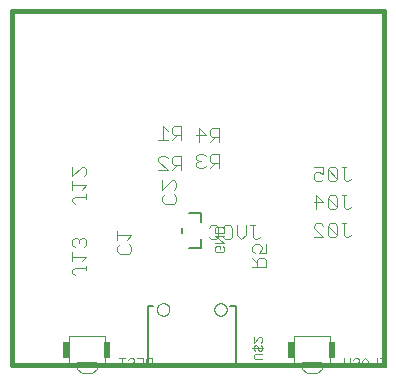
<source format=gbo>
G75*
%MOIN*%
%OFA0B0*%
%FSLAX25Y25*%
%IPPOS*%
%LPD*%
%AMOC8*
5,1,8,0,0,1.08239X$1,22.5*
%
%ADD10C,0.01600*%
%ADD11C,0.00500*%
%ADD12C,0.00400*%
%ADD13C,0.00200*%
%ADD14C,0.00000*%
%ADD15C,0.00394*%
%ADD16R,0.01969X0.05512*%
%ADD17C,0.00315*%
%ADD18C,0.00300*%
D10*
X0008250Y0005000D02*
X0008250Y0123110D01*
X0132266Y0123110D01*
X0132266Y0005000D01*
X0008250Y0005000D01*
D11*
X0053486Y0005000D02*
X0053486Y0024685D01*
X0055455Y0024685D01*
X0081045Y0024685D02*
X0083014Y0024685D01*
X0083014Y0005000D01*
X0071400Y0044250D02*
X0067250Y0044250D01*
X0071400Y0044250D02*
X0071400Y0047250D01*
X0071400Y0052750D02*
X0071400Y0055750D01*
X0067250Y0055750D01*
X0065100Y0050750D02*
X0065100Y0049250D01*
D12*
X0073960Y0047842D02*
X0074727Y0047075D01*
X0076262Y0047075D01*
X0077029Y0047842D01*
X0077029Y0050912D01*
X0076262Y0051679D01*
X0074727Y0051679D01*
X0073960Y0050912D01*
X0075950Y0050697D02*
X0076467Y0051214D01*
X0078536Y0051214D01*
X0079053Y0050697D01*
X0079053Y0049145D01*
X0075950Y0049145D01*
X0075950Y0050697D01*
X0078564Y0050912D02*
X0079331Y0051679D01*
X0080866Y0051679D01*
X0081633Y0050912D01*
X0081633Y0047842D01*
X0080866Y0047075D01*
X0079331Y0047075D01*
X0078564Y0047842D01*
X0079053Y0047991D02*
X0075950Y0047991D01*
X0079053Y0045923D01*
X0075950Y0045923D01*
X0076467Y0044768D02*
X0077501Y0044768D01*
X0077501Y0043734D01*
X0076467Y0042700D02*
X0075950Y0043217D01*
X0075950Y0044251D01*
X0076467Y0044768D01*
X0076467Y0042700D02*
X0078536Y0042700D01*
X0079053Y0043217D01*
X0079053Y0044251D01*
X0078536Y0044768D01*
X0083168Y0048610D02*
X0083168Y0051679D01*
X0086237Y0051679D02*
X0086237Y0048610D01*
X0084702Y0047075D01*
X0083168Y0048610D01*
X0087771Y0051679D02*
X0089306Y0051679D01*
X0088539Y0051679D02*
X0088539Y0047842D01*
X0089306Y0047075D01*
X0090073Y0047075D01*
X0090841Y0047842D01*
X0090752Y0045373D02*
X0089217Y0045373D01*
X0088450Y0044606D01*
X0088450Y0043071D01*
X0089217Y0042304D01*
X0090752Y0042304D02*
X0091519Y0043839D01*
X0091519Y0044606D01*
X0090752Y0045373D01*
X0093054Y0045373D02*
X0093054Y0042304D01*
X0090752Y0042304D01*
X0090752Y0040769D02*
X0089985Y0040002D01*
X0089985Y0037700D01*
X0088450Y0037700D02*
X0093054Y0037700D01*
X0093054Y0040002D01*
X0092287Y0040769D01*
X0090752Y0040769D01*
X0089985Y0039235D02*
X0088450Y0040769D01*
X0108960Y0047700D02*
X0112029Y0047700D01*
X0108960Y0050769D01*
X0108960Y0051537D01*
X0109727Y0052304D01*
X0111262Y0052304D01*
X0112029Y0051537D01*
X0113564Y0051537D02*
X0114331Y0052304D01*
X0115866Y0052304D01*
X0116633Y0051537D01*
X0116633Y0048467D01*
X0113564Y0051537D01*
X0113564Y0048467D01*
X0114331Y0047700D01*
X0115866Y0047700D01*
X0116633Y0048467D01*
X0118935Y0048467D02*
X0119702Y0047700D01*
X0120469Y0047700D01*
X0121237Y0048467D01*
X0118935Y0048467D02*
X0118935Y0052304D01*
X0119702Y0052304D02*
X0118168Y0052304D01*
X0119702Y0057075D02*
X0118935Y0057842D01*
X0118935Y0061679D01*
X0119702Y0061679D02*
X0118168Y0061679D01*
X0116633Y0060912D02*
X0115866Y0061679D01*
X0114331Y0061679D01*
X0113564Y0060912D01*
X0116633Y0057842D01*
X0115866Y0057075D01*
X0114331Y0057075D01*
X0113564Y0057842D01*
X0113564Y0060912D01*
X0112029Y0059377D02*
X0108960Y0059377D01*
X0109727Y0061679D02*
X0112029Y0059377D01*
X0109727Y0057075D02*
X0109727Y0061679D01*
X0109727Y0066450D02*
X0111262Y0066450D01*
X0112029Y0067217D01*
X0113564Y0067217D02*
X0114331Y0066450D01*
X0115866Y0066450D01*
X0116633Y0067217D01*
X0113564Y0070287D01*
X0113564Y0067217D01*
X0112029Y0068752D02*
X0110494Y0069519D01*
X0109727Y0069519D01*
X0108960Y0068752D01*
X0108960Y0067217D01*
X0109727Y0066450D01*
X0112029Y0068752D02*
X0112029Y0071054D01*
X0108960Y0071054D01*
X0113564Y0070287D02*
X0114331Y0071054D01*
X0115866Y0071054D01*
X0116633Y0070287D01*
X0116633Y0067217D01*
X0118935Y0067217D02*
X0119702Y0066450D01*
X0120469Y0066450D01*
X0121237Y0067217D01*
X0118935Y0067217D02*
X0118935Y0071054D01*
X0119702Y0071054D02*
X0118168Y0071054D01*
X0116633Y0060912D02*
X0116633Y0057842D01*
X0119702Y0057075D02*
X0120469Y0057075D01*
X0121237Y0057842D01*
X0077425Y0070825D02*
X0077425Y0075429D01*
X0075123Y0075429D01*
X0074356Y0074662D01*
X0074356Y0073127D01*
X0075123Y0072360D01*
X0077425Y0072360D01*
X0075890Y0072360D02*
X0074356Y0070825D01*
X0072821Y0071592D02*
X0072054Y0070825D01*
X0070519Y0070825D01*
X0069752Y0071592D01*
X0069752Y0072360D01*
X0070519Y0073127D01*
X0071286Y0073127D01*
X0070519Y0073127D02*
X0069752Y0073894D01*
X0069752Y0074662D01*
X0070519Y0075429D01*
X0072054Y0075429D01*
X0072821Y0074662D01*
X0074356Y0079575D02*
X0075890Y0081110D01*
X0075123Y0081110D02*
X0077425Y0081110D01*
X0077425Y0079575D02*
X0077425Y0084179D01*
X0075123Y0084179D01*
X0074356Y0083412D01*
X0074356Y0081877D01*
X0075123Y0081110D01*
X0072821Y0081877D02*
X0069752Y0081877D01*
X0070519Y0079575D02*
X0070519Y0084179D01*
X0072821Y0081877D01*
X0064758Y0081735D02*
X0062456Y0081735D01*
X0061689Y0082502D01*
X0061689Y0084037D01*
X0062456Y0084804D01*
X0064758Y0084804D01*
X0064758Y0080200D01*
X0063223Y0081735D02*
X0061689Y0080200D01*
X0060154Y0080200D02*
X0057085Y0080200D01*
X0058619Y0080200D02*
X0058619Y0084804D01*
X0060154Y0083269D01*
X0059387Y0074804D02*
X0057852Y0074804D01*
X0057085Y0074037D01*
X0057085Y0073269D01*
X0060154Y0070200D01*
X0057085Y0070200D01*
X0061689Y0070200D02*
X0063223Y0071735D01*
X0062456Y0071735D02*
X0064758Y0071735D01*
X0064758Y0070200D02*
X0064758Y0074804D01*
X0062456Y0074804D01*
X0061689Y0074037D01*
X0061689Y0072502D01*
X0062456Y0071735D01*
X0060154Y0074037D02*
X0059387Y0074804D01*
X0058450Y0066623D02*
X0058450Y0063554D01*
X0061519Y0066623D01*
X0062287Y0066623D01*
X0063054Y0065856D01*
X0063054Y0064321D01*
X0062287Y0063554D01*
X0062287Y0062019D02*
X0063054Y0061252D01*
X0063054Y0059717D01*
X0062287Y0058950D01*
X0059217Y0058950D01*
X0058450Y0059717D01*
X0058450Y0061252D01*
X0059217Y0062019D01*
X0043450Y0049915D02*
X0043450Y0046846D01*
X0043450Y0048381D02*
X0048054Y0048381D01*
X0046519Y0046846D01*
X0047287Y0045311D02*
X0048054Y0044544D01*
X0048054Y0043009D01*
X0047287Y0042242D01*
X0044217Y0042242D01*
X0043450Y0043009D01*
X0043450Y0044544D01*
X0044217Y0045311D01*
X0033054Y0045113D02*
X0033054Y0046648D01*
X0032287Y0047415D01*
X0031519Y0047415D01*
X0030752Y0046648D01*
X0029985Y0047415D01*
X0029217Y0047415D01*
X0028450Y0046648D01*
X0028450Y0045113D01*
X0029217Y0044346D01*
X0030752Y0045881D02*
X0030752Y0046648D01*
X0032287Y0044346D02*
X0033054Y0045113D01*
X0028450Y0042811D02*
X0028450Y0039742D01*
X0028450Y0041277D02*
X0033054Y0041277D01*
X0031519Y0039742D01*
X0033054Y0038207D02*
X0033054Y0036673D01*
X0033054Y0037440D02*
X0029217Y0037440D01*
X0028450Y0036673D01*
X0028450Y0035906D01*
X0029217Y0035138D01*
X0029217Y0058888D02*
X0028450Y0059656D01*
X0028450Y0060423D01*
X0029217Y0061190D01*
X0033054Y0061190D01*
X0033054Y0060423D02*
X0033054Y0061957D01*
X0031519Y0063492D02*
X0033054Y0065027D01*
X0028450Y0065027D01*
X0028450Y0066561D02*
X0028450Y0063492D01*
X0028450Y0068096D02*
X0031519Y0071165D01*
X0032287Y0071165D01*
X0033054Y0070398D01*
X0033054Y0068863D01*
X0032287Y0068096D01*
X0028450Y0068096D02*
X0028450Y0071165D01*
D13*
X0088822Y0014461D02*
X0088822Y0012593D01*
X0090691Y0014461D01*
X0091158Y0014461D01*
X0091625Y0013994D01*
X0091625Y0013060D01*
X0091158Y0012593D01*
X0091158Y0011699D02*
X0091625Y0011232D01*
X0091625Y0010298D01*
X0091158Y0009831D01*
X0090691Y0009831D01*
X0090224Y0010298D01*
X0090224Y0011232D01*
X0089757Y0011699D01*
X0089290Y0011699D01*
X0088822Y0011232D01*
X0088822Y0010298D01*
X0089290Y0009831D01*
X0089290Y0008937D02*
X0091625Y0008937D01*
X0092092Y0010765D02*
X0088355Y0010765D01*
X0089290Y0008937D02*
X0088822Y0008470D01*
X0088822Y0007536D01*
X0089290Y0007069D01*
X0091625Y0007069D01*
D14*
X0075730Y0023622D02*
X0075732Y0023713D01*
X0075738Y0023803D01*
X0075748Y0023894D01*
X0075762Y0023983D01*
X0075780Y0024072D01*
X0075801Y0024161D01*
X0075827Y0024248D01*
X0075856Y0024334D01*
X0075890Y0024418D01*
X0075926Y0024501D01*
X0075967Y0024583D01*
X0076011Y0024662D01*
X0076058Y0024740D01*
X0076109Y0024815D01*
X0076163Y0024888D01*
X0076220Y0024958D01*
X0076280Y0025026D01*
X0076343Y0025092D01*
X0076409Y0025154D01*
X0076478Y0025213D01*
X0076549Y0025270D01*
X0076623Y0025323D01*
X0076699Y0025373D01*
X0076777Y0025420D01*
X0076857Y0025463D01*
X0076938Y0025502D01*
X0077022Y0025538D01*
X0077107Y0025570D01*
X0077193Y0025599D01*
X0077280Y0025623D01*
X0077369Y0025644D01*
X0077458Y0025661D01*
X0077548Y0025674D01*
X0077638Y0025683D01*
X0077729Y0025688D01*
X0077820Y0025689D01*
X0077910Y0025686D01*
X0078001Y0025679D01*
X0078091Y0025668D01*
X0078181Y0025653D01*
X0078270Y0025634D01*
X0078358Y0025612D01*
X0078444Y0025585D01*
X0078530Y0025555D01*
X0078614Y0025521D01*
X0078697Y0025483D01*
X0078778Y0025442D01*
X0078857Y0025397D01*
X0078934Y0025348D01*
X0079008Y0025297D01*
X0079081Y0025242D01*
X0079151Y0025184D01*
X0079218Y0025123D01*
X0079282Y0025059D01*
X0079344Y0024993D01*
X0079403Y0024923D01*
X0079458Y0024852D01*
X0079511Y0024777D01*
X0079560Y0024701D01*
X0079606Y0024623D01*
X0079648Y0024542D01*
X0079687Y0024460D01*
X0079722Y0024376D01*
X0079753Y0024291D01*
X0079780Y0024204D01*
X0079804Y0024117D01*
X0079824Y0024028D01*
X0079840Y0023939D01*
X0079852Y0023849D01*
X0079860Y0023758D01*
X0079864Y0023667D01*
X0079864Y0023577D01*
X0079860Y0023486D01*
X0079852Y0023395D01*
X0079840Y0023305D01*
X0079824Y0023216D01*
X0079804Y0023127D01*
X0079780Y0023040D01*
X0079753Y0022953D01*
X0079722Y0022868D01*
X0079687Y0022784D01*
X0079648Y0022702D01*
X0079606Y0022621D01*
X0079560Y0022543D01*
X0079511Y0022467D01*
X0079458Y0022392D01*
X0079403Y0022321D01*
X0079344Y0022251D01*
X0079282Y0022185D01*
X0079218Y0022121D01*
X0079151Y0022060D01*
X0079081Y0022002D01*
X0079008Y0021947D01*
X0078934Y0021896D01*
X0078857Y0021847D01*
X0078778Y0021802D01*
X0078697Y0021761D01*
X0078614Y0021723D01*
X0078530Y0021689D01*
X0078444Y0021659D01*
X0078358Y0021632D01*
X0078270Y0021610D01*
X0078181Y0021591D01*
X0078091Y0021576D01*
X0078001Y0021565D01*
X0077910Y0021558D01*
X0077820Y0021555D01*
X0077729Y0021556D01*
X0077638Y0021561D01*
X0077548Y0021570D01*
X0077458Y0021583D01*
X0077369Y0021600D01*
X0077280Y0021621D01*
X0077193Y0021645D01*
X0077107Y0021674D01*
X0077022Y0021706D01*
X0076938Y0021742D01*
X0076857Y0021781D01*
X0076777Y0021824D01*
X0076699Y0021871D01*
X0076623Y0021921D01*
X0076549Y0021974D01*
X0076478Y0022031D01*
X0076409Y0022090D01*
X0076343Y0022152D01*
X0076280Y0022218D01*
X0076220Y0022286D01*
X0076163Y0022356D01*
X0076109Y0022429D01*
X0076058Y0022504D01*
X0076011Y0022582D01*
X0075967Y0022661D01*
X0075926Y0022743D01*
X0075890Y0022826D01*
X0075856Y0022910D01*
X0075827Y0022996D01*
X0075801Y0023083D01*
X0075780Y0023172D01*
X0075762Y0023261D01*
X0075748Y0023350D01*
X0075738Y0023441D01*
X0075732Y0023531D01*
X0075730Y0023622D01*
X0056636Y0023622D02*
X0056638Y0023713D01*
X0056644Y0023803D01*
X0056654Y0023894D01*
X0056668Y0023983D01*
X0056686Y0024072D01*
X0056707Y0024161D01*
X0056733Y0024248D01*
X0056762Y0024334D01*
X0056796Y0024418D01*
X0056832Y0024501D01*
X0056873Y0024583D01*
X0056917Y0024662D01*
X0056964Y0024740D01*
X0057015Y0024815D01*
X0057069Y0024888D01*
X0057126Y0024958D01*
X0057186Y0025026D01*
X0057249Y0025092D01*
X0057315Y0025154D01*
X0057384Y0025213D01*
X0057455Y0025270D01*
X0057529Y0025323D01*
X0057605Y0025373D01*
X0057683Y0025420D01*
X0057763Y0025463D01*
X0057844Y0025502D01*
X0057928Y0025538D01*
X0058013Y0025570D01*
X0058099Y0025599D01*
X0058186Y0025623D01*
X0058275Y0025644D01*
X0058364Y0025661D01*
X0058454Y0025674D01*
X0058544Y0025683D01*
X0058635Y0025688D01*
X0058726Y0025689D01*
X0058816Y0025686D01*
X0058907Y0025679D01*
X0058997Y0025668D01*
X0059087Y0025653D01*
X0059176Y0025634D01*
X0059264Y0025612D01*
X0059350Y0025585D01*
X0059436Y0025555D01*
X0059520Y0025521D01*
X0059603Y0025483D01*
X0059684Y0025442D01*
X0059763Y0025397D01*
X0059840Y0025348D01*
X0059914Y0025297D01*
X0059987Y0025242D01*
X0060057Y0025184D01*
X0060124Y0025123D01*
X0060188Y0025059D01*
X0060250Y0024993D01*
X0060309Y0024923D01*
X0060364Y0024852D01*
X0060417Y0024777D01*
X0060466Y0024701D01*
X0060512Y0024623D01*
X0060554Y0024542D01*
X0060593Y0024460D01*
X0060628Y0024376D01*
X0060659Y0024291D01*
X0060686Y0024204D01*
X0060710Y0024117D01*
X0060730Y0024028D01*
X0060746Y0023939D01*
X0060758Y0023849D01*
X0060766Y0023758D01*
X0060770Y0023667D01*
X0060770Y0023577D01*
X0060766Y0023486D01*
X0060758Y0023395D01*
X0060746Y0023305D01*
X0060730Y0023216D01*
X0060710Y0023127D01*
X0060686Y0023040D01*
X0060659Y0022953D01*
X0060628Y0022868D01*
X0060593Y0022784D01*
X0060554Y0022702D01*
X0060512Y0022621D01*
X0060466Y0022543D01*
X0060417Y0022467D01*
X0060364Y0022392D01*
X0060309Y0022321D01*
X0060250Y0022251D01*
X0060188Y0022185D01*
X0060124Y0022121D01*
X0060057Y0022060D01*
X0059987Y0022002D01*
X0059914Y0021947D01*
X0059840Y0021896D01*
X0059763Y0021847D01*
X0059684Y0021802D01*
X0059603Y0021761D01*
X0059520Y0021723D01*
X0059436Y0021689D01*
X0059350Y0021659D01*
X0059264Y0021632D01*
X0059176Y0021610D01*
X0059087Y0021591D01*
X0058997Y0021576D01*
X0058907Y0021565D01*
X0058816Y0021558D01*
X0058726Y0021555D01*
X0058635Y0021556D01*
X0058544Y0021561D01*
X0058454Y0021570D01*
X0058364Y0021583D01*
X0058275Y0021600D01*
X0058186Y0021621D01*
X0058099Y0021645D01*
X0058013Y0021674D01*
X0057928Y0021706D01*
X0057844Y0021742D01*
X0057763Y0021781D01*
X0057683Y0021824D01*
X0057605Y0021871D01*
X0057529Y0021921D01*
X0057455Y0021974D01*
X0057384Y0022031D01*
X0057315Y0022090D01*
X0057249Y0022152D01*
X0057186Y0022218D01*
X0057126Y0022286D01*
X0057069Y0022356D01*
X0057015Y0022429D01*
X0056964Y0022504D01*
X0056917Y0022582D01*
X0056873Y0022661D01*
X0056832Y0022743D01*
X0056796Y0022826D01*
X0056762Y0022910D01*
X0056733Y0022996D01*
X0056707Y0023083D01*
X0056686Y0023172D01*
X0056668Y0023261D01*
X0056654Y0023350D01*
X0056644Y0023441D01*
X0056638Y0023531D01*
X0056636Y0023622D01*
D15*
X0039156Y0014921D02*
X0027344Y0014921D01*
X0027344Y0005079D01*
X0029904Y0005079D01*
X0029904Y0005669D01*
X0029903Y0005669D02*
X0029905Y0005708D01*
X0029911Y0005746D01*
X0029920Y0005783D01*
X0029933Y0005820D01*
X0029950Y0005855D01*
X0029969Y0005888D01*
X0029992Y0005919D01*
X0030018Y0005948D01*
X0030047Y0005974D01*
X0030078Y0005997D01*
X0030111Y0006016D01*
X0030146Y0006033D01*
X0030183Y0006046D01*
X0030220Y0006055D01*
X0030258Y0006061D01*
X0030297Y0006063D01*
X0036203Y0006063D01*
X0036242Y0006061D01*
X0036280Y0006055D01*
X0036317Y0006046D01*
X0036354Y0006033D01*
X0036389Y0006016D01*
X0036422Y0005997D01*
X0036453Y0005974D01*
X0036482Y0005948D01*
X0036508Y0005919D01*
X0036531Y0005888D01*
X0036550Y0005855D01*
X0036567Y0005820D01*
X0036580Y0005783D01*
X0036589Y0005746D01*
X0036595Y0005708D01*
X0036597Y0005669D01*
X0036596Y0005669D02*
X0036596Y0005079D01*
X0039156Y0005079D01*
X0039156Y0014921D01*
X0102344Y0014921D02*
X0102344Y0005079D01*
X0104904Y0005079D01*
X0104904Y0005669D01*
X0104903Y0005669D02*
X0104905Y0005708D01*
X0104911Y0005746D01*
X0104920Y0005783D01*
X0104933Y0005820D01*
X0104950Y0005855D01*
X0104969Y0005888D01*
X0104992Y0005919D01*
X0105018Y0005948D01*
X0105047Y0005974D01*
X0105078Y0005997D01*
X0105111Y0006016D01*
X0105146Y0006033D01*
X0105183Y0006046D01*
X0105220Y0006055D01*
X0105258Y0006061D01*
X0105297Y0006063D01*
X0111203Y0006063D01*
X0111242Y0006061D01*
X0111280Y0006055D01*
X0111317Y0006046D01*
X0111354Y0006033D01*
X0111389Y0006016D01*
X0111422Y0005997D01*
X0111453Y0005974D01*
X0111482Y0005948D01*
X0111508Y0005919D01*
X0111531Y0005888D01*
X0111550Y0005855D01*
X0111567Y0005820D01*
X0111580Y0005783D01*
X0111589Y0005746D01*
X0111595Y0005708D01*
X0111597Y0005669D01*
X0111596Y0005669D02*
X0111596Y0005079D01*
X0114156Y0005079D01*
X0114156Y0014921D01*
X0102344Y0014921D01*
D16*
X0101360Y0010000D03*
X0115140Y0010000D03*
X0040140Y0010000D03*
X0026360Y0010000D03*
D17*
X0029904Y0005079D02*
X0029904Y0003898D01*
X0031478Y0002323D01*
X0035022Y0002323D01*
X0036596Y0003898D01*
X0036596Y0005079D01*
X0104904Y0005079D02*
X0104904Y0003898D01*
X0106478Y0002323D01*
X0110022Y0002323D01*
X0111596Y0003898D01*
X0111596Y0005079D01*
D18*
X0119112Y0004450D02*
X0119112Y0007352D01*
X0119112Y0005901D02*
X0121047Y0005901D01*
X0122058Y0005417D02*
X0122058Y0004934D01*
X0122542Y0004450D01*
X0123509Y0004450D01*
X0123993Y0004934D01*
X0123509Y0005901D02*
X0122542Y0005901D01*
X0122058Y0005417D01*
X0121047Y0004450D02*
X0121047Y0007352D01*
X0122058Y0006869D02*
X0122542Y0007352D01*
X0123509Y0007352D01*
X0123993Y0006869D01*
X0123993Y0006385D01*
X0123509Y0005901D01*
X0125005Y0005901D02*
X0126940Y0005901D01*
X0126940Y0006385D02*
X0125972Y0007352D01*
X0125005Y0006385D01*
X0125005Y0004450D01*
X0126940Y0004450D02*
X0126940Y0006385D01*
X0129886Y0007352D02*
X0129886Y0004450D01*
X0127951Y0004450D01*
X0130898Y0007352D02*
X0132833Y0007352D01*
X0132833Y0004450D01*
X0132833Y0005901D02*
X0131865Y0005901D01*
X0054886Y0005417D02*
X0053435Y0005417D01*
X0052951Y0005901D01*
X0052951Y0006869D01*
X0053435Y0007352D01*
X0054886Y0007352D01*
X0054886Y0004450D01*
X0053919Y0005417D02*
X0052951Y0004450D01*
X0051940Y0004450D02*
X0050005Y0004450D01*
X0048993Y0004934D02*
X0048509Y0004450D01*
X0047542Y0004450D01*
X0047058Y0004934D01*
X0047058Y0005417D01*
X0047542Y0005901D01*
X0048509Y0005901D01*
X0048993Y0006385D01*
X0048993Y0006869D01*
X0048509Y0007352D01*
X0047542Y0007352D01*
X0047058Y0006869D01*
X0046047Y0007352D02*
X0044112Y0007352D01*
X0045079Y0007352D02*
X0045079Y0004450D01*
X0050005Y0007352D02*
X0051940Y0007352D01*
X0051940Y0004450D01*
X0051940Y0005901D02*
X0050972Y0005901D01*
M02*

</source>
